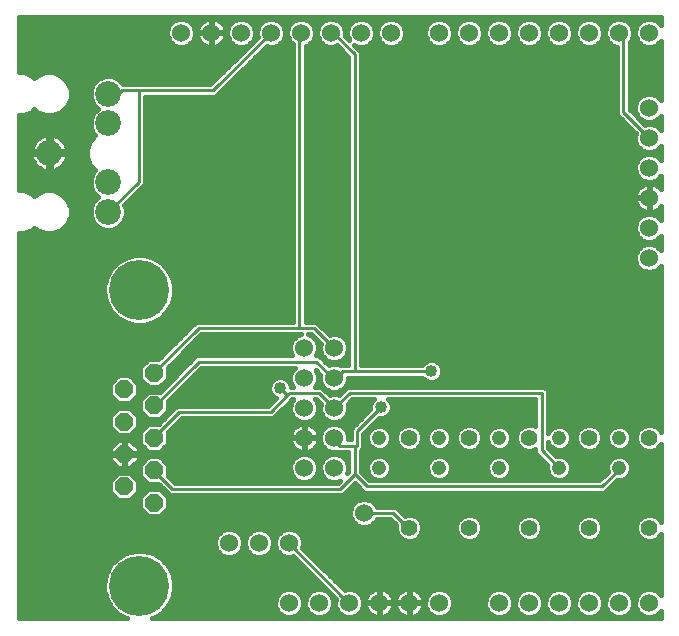
<source format=gbl>
G75*
G70*
%OFA0B0*%
%FSLAX24Y24*%
%IPPOS*%
%LPD*%
%AMOC8*
5,1,8,0,0,1.08239X$1,22.5*
%
%ADD10OC8,0.0600*%
%ADD11C,0.2000*%
%ADD12C,0.0600*%
%ADD13C,0.0476*%
%ADD14C,0.0554*%
%ADD15C,0.0860*%
%ADD16C,0.0100*%
%ADD17C,0.0400*%
%ADD18C,0.0160*%
D10*
X006701Y005434D03*
X007701Y004894D03*
X007701Y005974D03*
X007701Y007054D03*
X006701Y006514D03*
X006701Y007594D03*
X007701Y008134D03*
X006701Y008674D03*
X007701Y009214D03*
D11*
X007201Y011984D03*
X007201Y002124D03*
D12*
X010201Y003554D03*
X011201Y003554D03*
X012201Y003554D03*
X012201Y001554D03*
X013201Y001554D03*
X014201Y001554D03*
X015201Y001554D03*
X016201Y001554D03*
X017201Y001554D03*
X019201Y001554D03*
X020201Y001554D03*
X021201Y001554D03*
X022201Y001554D03*
X023201Y001554D03*
X024201Y001554D03*
X014701Y004554D03*
X013701Y006054D03*
X012701Y006054D03*
X012701Y007054D03*
X013701Y007054D03*
X013701Y008054D03*
X012701Y008054D03*
X012701Y009054D03*
X013701Y009054D03*
X013701Y010054D03*
X012701Y010054D03*
X024201Y013054D03*
X024201Y014054D03*
X024201Y015054D03*
X024201Y016054D03*
X024201Y017054D03*
X024201Y018054D03*
X024201Y020554D03*
X023201Y020554D03*
X022201Y020554D03*
X021201Y020554D03*
X020201Y020554D03*
X019201Y020554D03*
X018201Y020554D03*
X017201Y020554D03*
X015601Y020554D03*
X014601Y020554D03*
X013601Y020554D03*
X012601Y020554D03*
X011601Y020554D03*
X010601Y020554D03*
X009601Y020554D03*
X008601Y020554D03*
D13*
X015201Y007054D03*
X015201Y006054D03*
X017201Y006054D03*
X017201Y007054D03*
X019201Y007054D03*
X019201Y006054D03*
X021201Y006054D03*
X021201Y007054D03*
X023201Y007054D03*
X023201Y006054D03*
D14*
X022201Y007054D03*
X020201Y007054D03*
X018201Y007054D03*
X016201Y007054D03*
X016201Y004054D03*
X018201Y004054D03*
X020201Y004054D03*
X022201Y004054D03*
X024201Y004054D03*
X024201Y007054D03*
D15*
X006170Y014586D03*
X006170Y015570D03*
X004201Y016554D03*
X006170Y017539D03*
X006170Y018523D03*
D16*
X006221Y018554D01*
X006541Y018554D01*
X006621Y018634D01*
X007181Y018634D01*
X007181Y015594D01*
X006221Y014634D01*
X006170Y014586D01*
X007181Y018634D02*
X009661Y018634D01*
X011581Y020554D01*
X011601Y020554D01*
X012541Y020554D02*
X012601Y020554D01*
X012541Y020554D02*
X012541Y010714D01*
X009181Y010714D01*
X007741Y009274D01*
X007701Y009214D01*
X007741Y008154D02*
X007701Y008134D01*
X007741Y008154D02*
X009181Y009594D01*
X013101Y009594D01*
X013581Y009114D01*
X013661Y009114D01*
X013701Y009054D01*
X013741Y009114D01*
X013821Y009114D01*
X013981Y009274D01*
X014381Y009274D01*
X016941Y009274D01*
X015261Y008074D02*
X014461Y007274D01*
X014461Y006794D01*
X014381Y006794D01*
X013901Y006794D01*
X013661Y007034D01*
X013701Y007054D01*
X014381Y006794D02*
X014381Y005834D01*
X014781Y005434D01*
X022621Y005434D01*
X023181Y005994D01*
X023201Y006054D01*
X021201Y006054D02*
X020621Y006634D01*
X020621Y008554D01*
X014221Y008554D01*
X013741Y008074D01*
X013701Y008054D01*
X013661Y008074D01*
X013181Y008554D01*
X012221Y008554D01*
X012141Y008474D01*
X011901Y008714D01*
X012141Y008474D02*
X011581Y007914D01*
X008541Y007914D01*
X007741Y007114D01*
X007701Y007054D01*
X007701Y005974D02*
X007741Y005914D01*
X008301Y005354D01*
X013901Y005354D01*
X014381Y005834D01*
X014701Y004554D02*
X015661Y004554D01*
X016141Y004074D01*
X016201Y004054D01*
X014201Y001554D02*
X014141Y001594D01*
X012221Y003514D01*
X012201Y003554D01*
X014381Y009274D02*
X014381Y019834D01*
X013661Y020554D01*
X013601Y020554D01*
X023201Y020554D02*
X023341Y020554D01*
X023341Y017914D01*
X024201Y017054D01*
X013701Y010054D02*
X013661Y010074D01*
X013021Y010714D01*
X012541Y010714D01*
D17*
X011901Y008714D03*
X015261Y008074D03*
X016941Y009274D03*
D18*
X003181Y013870D02*
X003181Y001034D01*
X006787Y001034D01*
X006753Y001043D01*
X006489Y001196D01*
X006273Y001412D01*
X006120Y001677D01*
X006041Y001972D01*
X006041Y002277D01*
X006120Y002572D01*
X006273Y002837D01*
X006489Y003053D01*
X006753Y003205D01*
X007048Y003284D01*
X007354Y003284D01*
X007649Y003205D01*
X007913Y003053D01*
X008129Y002837D01*
X008282Y002572D01*
X008361Y002277D01*
X008361Y001972D01*
X008282Y001677D01*
X008129Y001412D01*
X007913Y001196D01*
X007649Y001043D01*
X007615Y001034D01*
X024591Y001034D01*
X024591Y001294D01*
X024591Y001294D01*
X024462Y001164D01*
X024293Y001094D01*
X024110Y001094D01*
X023941Y001164D01*
X023811Y001294D01*
X023741Y001463D01*
X023741Y001646D01*
X023811Y001815D01*
X023941Y001944D01*
X024110Y002014D01*
X024293Y002014D01*
X024462Y001944D01*
X024591Y001815D01*
X024591Y001814D01*
X024591Y003854D01*
X024572Y003807D01*
X024449Y003684D01*
X024288Y003617D01*
X024114Y003617D01*
X023953Y003684D01*
X023830Y003807D01*
X023764Y003967D01*
X023764Y004141D01*
X023830Y004302D01*
X023953Y004425D01*
X024114Y004491D01*
X024288Y004491D01*
X024449Y004425D01*
X024572Y004302D01*
X024591Y004255D01*
X024591Y006854D01*
X024572Y006807D01*
X024449Y006684D01*
X024288Y006617D01*
X024114Y006617D01*
X023953Y006684D01*
X023830Y006807D01*
X023764Y006967D01*
X023764Y007141D01*
X023830Y007302D01*
X023953Y007425D01*
X024114Y007491D01*
X024288Y007491D01*
X024449Y007425D01*
X024572Y007302D01*
X024591Y007255D01*
X024591Y012794D01*
X024591Y012794D01*
X024462Y012664D01*
X024293Y012594D01*
X024110Y012594D01*
X023941Y012664D01*
X023811Y012794D01*
X023741Y012963D01*
X023741Y013146D01*
X023811Y013315D01*
X023941Y013444D01*
X024110Y013514D01*
X024293Y013514D01*
X024462Y013444D01*
X024591Y013315D01*
X024591Y013314D01*
X024591Y013794D01*
X024591Y013794D01*
X024462Y013664D01*
X024293Y013594D01*
X024110Y013594D01*
X023941Y013664D01*
X023811Y013794D01*
X023741Y013963D01*
X023741Y014146D01*
X023811Y014315D01*
X023941Y014444D01*
X024110Y014514D01*
X024293Y014514D01*
X024462Y014444D01*
X024591Y014315D01*
X024591Y014314D01*
X024591Y014775D01*
X024567Y014742D01*
X024514Y014688D01*
X024453Y014644D01*
X024385Y014609D01*
X024314Y014586D01*
X024239Y014574D01*
X024221Y014574D01*
X024221Y015034D01*
X024181Y015034D01*
X024181Y014574D01*
X024163Y014574D01*
X024089Y014586D01*
X024017Y014609D01*
X023950Y014644D01*
X023888Y014688D01*
X023835Y014742D01*
X023791Y014803D01*
X023756Y014870D01*
X023733Y014942D01*
X023721Y015017D01*
X023721Y015034D01*
X024181Y015034D01*
X024181Y015074D01*
X023721Y015074D01*
X023721Y015092D01*
X023733Y015167D01*
X023756Y015239D01*
X023791Y015306D01*
X023835Y015367D01*
X023888Y015420D01*
X023950Y015465D01*
X024017Y015499D01*
X024089Y015522D01*
X024163Y015534D01*
X024181Y015534D01*
X024181Y015075D01*
X024221Y015075D01*
X024221Y015534D01*
X024239Y015534D01*
X024314Y015522D01*
X024385Y015499D01*
X024453Y015465D01*
X024514Y015420D01*
X024567Y015367D01*
X024591Y015334D01*
X024591Y015794D01*
X024591Y015794D01*
X024462Y015664D01*
X024293Y015594D01*
X024110Y015594D01*
X023941Y015664D01*
X023811Y015794D01*
X023741Y015963D01*
X023741Y016146D01*
X023811Y016315D01*
X023941Y016444D01*
X024110Y016514D01*
X024293Y016514D01*
X024462Y016444D01*
X024591Y016315D01*
X024591Y016314D01*
X024591Y016794D01*
X024591Y016794D01*
X024462Y016664D01*
X024293Y016594D01*
X024110Y016594D01*
X023941Y016664D01*
X023811Y016794D01*
X023741Y016963D01*
X023741Y017146D01*
X023762Y017196D01*
X023131Y017827D01*
X023131Y018001D01*
X023131Y020094D01*
X023110Y020094D01*
X022941Y020164D01*
X022811Y020294D01*
X022741Y020463D01*
X022741Y020646D01*
X022811Y020815D01*
X022941Y020944D01*
X023110Y021014D01*
X023293Y021014D01*
X023462Y020944D01*
X023591Y020815D01*
X023661Y020646D01*
X023661Y020463D01*
X023591Y020294D01*
X023551Y020254D01*
X023551Y018001D01*
X024059Y017493D01*
X024110Y017514D01*
X024293Y017514D01*
X024462Y017444D01*
X024591Y017315D01*
X024591Y017314D01*
X024591Y017794D01*
X024591Y017794D01*
X024462Y017664D01*
X024293Y017594D01*
X024110Y017594D01*
X023941Y017664D01*
X023811Y017794D01*
X023741Y017963D01*
X023741Y018146D01*
X023811Y018315D01*
X023941Y018444D01*
X024110Y018514D01*
X024293Y018514D01*
X024462Y018444D01*
X024591Y018315D01*
X024591Y018314D01*
X024591Y020294D01*
X024591Y020294D01*
X024462Y020164D01*
X024293Y020094D01*
X024110Y020094D01*
X023941Y020164D01*
X023811Y020294D01*
X023741Y020463D01*
X023741Y020646D01*
X023811Y020815D01*
X023941Y020944D01*
X024110Y021014D01*
X024293Y021014D01*
X024462Y020944D01*
X024591Y020815D01*
X024591Y020814D01*
X024591Y021070D01*
X003181Y021070D01*
X003181Y019239D01*
X003359Y019239D01*
X003623Y019130D01*
X003709Y019044D01*
X003795Y019130D01*
X004059Y019239D01*
X004344Y019239D01*
X004607Y019130D01*
X004808Y018929D01*
X004917Y018665D01*
X004917Y018380D01*
X004808Y018117D01*
X004607Y017916D01*
X004344Y017807D01*
X004059Y017807D01*
X003795Y017916D01*
X003709Y018002D01*
X003623Y017916D01*
X003359Y017807D01*
X003181Y017807D01*
X003181Y015302D01*
X003359Y015302D01*
X003623Y015193D01*
X003709Y015107D01*
X003795Y015193D01*
X004059Y015302D01*
X004344Y015302D01*
X004607Y015193D01*
X004808Y014991D01*
X004917Y014728D01*
X004917Y014443D01*
X004808Y014180D01*
X004607Y013979D01*
X004344Y013870D01*
X004059Y013870D01*
X003795Y013979D01*
X003709Y014065D01*
X003623Y013979D01*
X003359Y013870D01*
X003181Y013870D01*
X003181Y013713D02*
X012331Y013713D01*
X012331Y013555D02*
X003181Y013555D01*
X003181Y013396D02*
X012331Y013396D01*
X012331Y013238D02*
X003181Y013238D01*
X003181Y013079D02*
X006806Y013079D01*
X006753Y013065D02*
X006489Y012913D01*
X006273Y012697D01*
X006120Y012432D01*
X006041Y012137D01*
X006041Y011832D01*
X006120Y011537D01*
X006273Y011272D01*
X006489Y011056D01*
X006753Y010903D01*
X007048Y010824D01*
X007354Y010824D01*
X007649Y010903D01*
X007913Y011056D01*
X008129Y011272D01*
X008282Y011537D01*
X008361Y011832D01*
X008361Y012137D01*
X008282Y012432D01*
X008129Y012697D01*
X007913Y012913D01*
X007649Y013065D01*
X007354Y013144D01*
X007048Y013144D01*
X006753Y013065D01*
X006503Y012921D02*
X003181Y012921D01*
X003181Y012762D02*
X006338Y012762D01*
X006219Y012604D02*
X003181Y012604D01*
X003181Y012445D02*
X006128Y012445D01*
X006081Y012287D02*
X003181Y012287D01*
X003181Y012128D02*
X006041Y012128D01*
X006041Y011969D02*
X003181Y011969D01*
X003181Y011811D02*
X006047Y011811D01*
X006089Y011652D02*
X003181Y011652D01*
X003181Y011494D02*
X006145Y011494D01*
X006236Y011335D02*
X003181Y011335D01*
X003181Y011177D02*
X006368Y011177D01*
X006554Y011018D02*
X003181Y011018D01*
X003181Y010860D02*
X006917Y010860D01*
X007486Y010860D02*
X009029Y010860D01*
X008971Y010801D02*
X007844Y009674D01*
X007511Y009674D01*
X007241Y009405D01*
X007241Y009024D01*
X007511Y008754D01*
X007892Y008754D01*
X008161Y009024D01*
X008161Y009397D01*
X009268Y010504D01*
X012454Y010504D01*
X012586Y010504D01*
X012441Y010444D01*
X012311Y010315D01*
X012241Y010146D01*
X012241Y009963D01*
X012307Y009804D01*
X009094Y009804D01*
X008971Y009681D01*
X007884Y008594D01*
X007511Y008594D01*
X007241Y008325D01*
X007241Y007944D01*
X007511Y007674D01*
X007892Y007674D01*
X008161Y007944D01*
X008161Y008277D01*
X009268Y009384D01*
X012381Y009384D01*
X012311Y009315D01*
X012241Y009146D01*
X012241Y008963D01*
X012311Y008794D01*
X012341Y008764D01*
X012261Y008764D01*
X012261Y008786D01*
X012206Y008918D01*
X012105Y009019D01*
X011973Y009074D01*
X011829Y009074D01*
X011697Y009019D01*
X011596Y008918D01*
X011541Y008786D01*
X011541Y008643D01*
X011596Y008510D01*
X011697Y008409D01*
X011755Y008385D01*
X011494Y008124D01*
X008454Y008124D01*
X008331Y008001D01*
X007844Y007514D01*
X007511Y007514D01*
X007241Y007245D01*
X007241Y006864D01*
X007511Y006594D01*
X007892Y006594D01*
X008161Y006864D01*
X008161Y007237D01*
X008628Y007704D01*
X011494Y007704D01*
X011668Y007704D01*
X012228Y008264D01*
X012308Y008344D01*
X012341Y008344D01*
X012311Y008315D01*
X012241Y008146D01*
X012241Y007963D01*
X012311Y007794D01*
X012441Y007664D01*
X012610Y007594D01*
X012793Y007594D01*
X012962Y007664D01*
X013091Y007794D01*
X013161Y007963D01*
X013161Y008146D01*
X013091Y008315D01*
X013062Y008344D01*
X013094Y008344D01*
X013256Y008182D01*
X013241Y008146D01*
X013241Y007963D01*
X013311Y007794D01*
X013441Y007664D01*
X013610Y007594D01*
X013793Y007594D01*
X013962Y007664D01*
X014091Y007794D01*
X014161Y007963D01*
X014161Y008146D01*
X014146Y008182D01*
X014308Y008344D01*
X015022Y008344D01*
X014956Y008278D01*
X014901Y008146D01*
X014901Y008011D01*
X014374Y007484D01*
X014251Y007361D01*
X014251Y007004D01*
X014161Y007004D01*
X014161Y007146D01*
X014091Y007315D01*
X013962Y007444D01*
X013793Y007514D01*
X013610Y007514D01*
X013441Y007444D01*
X013311Y007315D01*
X013241Y007146D01*
X013241Y006963D01*
X013311Y006794D01*
X013441Y006664D01*
X013610Y006594D01*
X013793Y006594D01*
X013801Y006598D01*
X013814Y006584D01*
X013988Y006584D01*
X014171Y006584D01*
X014171Y005921D01*
X014125Y005875D01*
X014161Y005963D01*
X014161Y006146D01*
X014091Y006315D01*
X013962Y006444D01*
X013793Y006514D01*
X013610Y006514D01*
X013441Y006444D01*
X013311Y006315D01*
X013241Y006146D01*
X013241Y005963D01*
X013311Y005794D01*
X013441Y005664D01*
X013610Y005594D01*
X013793Y005594D01*
X013881Y005631D01*
X013814Y005564D01*
X008388Y005564D01*
X008161Y005791D01*
X008161Y006165D01*
X007892Y006434D01*
X007511Y006434D01*
X007241Y006165D01*
X007241Y005784D01*
X007511Y005514D01*
X007844Y005514D01*
X008091Y005267D01*
X008214Y005144D01*
X013814Y005144D01*
X013988Y005144D01*
X014381Y005537D01*
X014694Y005224D01*
X014868Y005224D01*
X022708Y005224D01*
X022831Y005347D01*
X023140Y005657D01*
X023280Y005657D01*
X023426Y005717D01*
X023538Y005829D01*
X023599Y005975D01*
X023599Y006133D01*
X023538Y006280D01*
X023426Y006392D01*
X023280Y006452D01*
X023122Y006452D01*
X022976Y006392D01*
X022864Y006280D01*
X022803Y006133D01*
X022803Y005975D01*
X022821Y005932D01*
X022534Y005644D01*
X014868Y005644D01*
X014591Y005921D01*
X014591Y006627D01*
X014671Y006707D01*
X014671Y006881D01*
X014671Y007187D01*
X015198Y007714D01*
X015333Y007714D01*
X015465Y007769D01*
X015566Y007870D01*
X015621Y008003D01*
X015621Y008146D01*
X015566Y008278D01*
X015500Y008344D01*
X020411Y008344D01*
X020411Y007440D01*
X020288Y007491D01*
X020114Y007491D01*
X019953Y007425D01*
X019830Y007302D01*
X019764Y007141D01*
X019764Y006967D01*
X019830Y006807D01*
X019953Y006684D01*
X020114Y006617D01*
X020288Y006617D01*
X020411Y006668D01*
X020411Y006547D01*
X020810Y006149D01*
X020803Y006133D01*
X020803Y005975D01*
X020864Y005829D01*
X020976Y005717D01*
X021122Y005657D01*
X021280Y005657D01*
X021426Y005717D01*
X021538Y005829D01*
X021599Y005975D01*
X021599Y006133D01*
X021538Y006280D01*
X021426Y006392D01*
X021280Y006452D01*
X021122Y006452D01*
X021107Y006446D01*
X020831Y006721D01*
X020831Y006908D01*
X020864Y006829D01*
X020976Y006717D01*
X021122Y006657D01*
X021280Y006657D01*
X021426Y006717D01*
X021538Y006829D01*
X021599Y006975D01*
X021599Y007133D01*
X021538Y007280D01*
X021426Y007392D01*
X021280Y007452D01*
X021122Y007452D01*
X020976Y007392D01*
X020864Y007280D01*
X020831Y007200D01*
X020831Y008467D01*
X020831Y008641D01*
X020708Y008764D01*
X014308Y008764D01*
X014134Y008764D01*
X013857Y008487D01*
X013793Y008514D01*
X013610Y008514D01*
X013545Y008487D01*
X013268Y008764D01*
X013094Y008764D01*
X013062Y008764D01*
X013091Y008794D01*
X013161Y008963D01*
X013161Y009146D01*
X013096Y009302D01*
X013244Y009154D01*
X013241Y009146D01*
X013241Y008963D01*
X013311Y008794D01*
X013441Y008664D01*
X013610Y008594D01*
X013793Y008594D01*
X013962Y008664D01*
X014091Y008794D01*
X014161Y008963D01*
X014161Y009064D01*
X014294Y009064D01*
X016642Y009064D01*
X016737Y008969D01*
X016869Y008914D01*
X017013Y008914D01*
X017145Y008969D01*
X017246Y009070D01*
X017301Y009203D01*
X017301Y009346D01*
X017246Y009478D01*
X017145Y009579D01*
X017013Y009634D01*
X016869Y009634D01*
X016737Y009579D01*
X016642Y009484D01*
X014591Y009484D01*
X014591Y019921D01*
X014468Y020044D01*
X014353Y020159D01*
X014510Y020094D01*
X014693Y020094D01*
X014862Y020164D01*
X014991Y020294D01*
X015061Y020463D01*
X015061Y020646D01*
X014991Y020815D01*
X014862Y020944D01*
X014693Y021014D01*
X014510Y021014D01*
X014341Y020944D01*
X014211Y020815D01*
X014141Y020646D01*
X014141Y020463D01*
X014206Y020306D01*
X014058Y020455D01*
X014061Y020463D01*
X014061Y020646D01*
X013991Y020815D01*
X013862Y020944D01*
X013693Y021014D01*
X013510Y021014D01*
X013341Y020944D01*
X013211Y020815D01*
X013141Y020646D01*
X013141Y020463D01*
X013211Y020294D01*
X013341Y020164D01*
X013510Y020094D01*
X013693Y020094D01*
X013786Y020133D01*
X014171Y019747D01*
X014171Y009484D01*
X014068Y009484D01*
X013894Y009484D01*
X013886Y009476D01*
X013793Y009514D01*
X013610Y009514D01*
X013517Y009476D01*
X013188Y009804D01*
X013095Y009804D01*
X013161Y009963D01*
X013161Y010146D01*
X013091Y010315D01*
X012962Y010444D01*
X012817Y010504D01*
X012934Y010504D01*
X013256Y010182D01*
X013241Y010146D01*
X013241Y009963D01*
X013311Y009794D01*
X013441Y009664D01*
X013610Y009594D01*
X013793Y009594D01*
X013962Y009664D01*
X014091Y009794D01*
X014161Y009963D01*
X014161Y010146D01*
X014091Y010315D01*
X013962Y010444D01*
X013793Y010514D01*
X013610Y010514D01*
X013545Y010487D01*
X013108Y010924D01*
X012934Y010924D01*
X012751Y010924D01*
X012751Y020119D01*
X012862Y020164D01*
X012991Y020294D01*
X013061Y020463D01*
X013061Y020646D01*
X012991Y020815D01*
X012862Y020944D01*
X012693Y021014D01*
X012510Y021014D01*
X012341Y020944D01*
X012211Y020815D01*
X012141Y020646D01*
X012141Y020463D01*
X012211Y020294D01*
X012331Y020174D01*
X012331Y010924D01*
X009094Y010924D01*
X008971Y010801D01*
X008871Y010701D02*
X003181Y010701D01*
X003181Y010543D02*
X008712Y010543D01*
X008554Y010384D02*
X003181Y010384D01*
X003181Y010225D02*
X008395Y010225D01*
X008237Y010067D02*
X003181Y010067D01*
X003181Y009908D02*
X008078Y009908D01*
X007920Y009750D02*
X003181Y009750D01*
X003181Y009591D02*
X007428Y009591D01*
X007269Y009433D02*
X003181Y009433D01*
X003181Y009274D02*
X007241Y009274D01*
X007241Y009116D02*
X006910Y009116D01*
X006892Y009134D02*
X006511Y009134D01*
X006241Y008865D01*
X006241Y008484D01*
X006511Y008214D01*
X006892Y008214D01*
X007161Y008484D01*
X007161Y008865D01*
X006892Y009134D01*
X007069Y008957D02*
X007308Y008957D01*
X007161Y008799D02*
X007466Y008799D01*
X007398Y008481D02*
X007159Y008481D01*
X007161Y008640D02*
X007930Y008640D01*
X007936Y008799D02*
X008088Y008799D01*
X008094Y008957D02*
X008247Y008957D01*
X008161Y009116D02*
X008405Y009116D01*
X008564Y009274D02*
X008161Y009274D01*
X008196Y009433D02*
X008723Y009433D01*
X008881Y009591D02*
X008355Y009591D01*
X008514Y009750D02*
X009040Y009750D01*
X008831Y010067D02*
X012241Y010067D01*
X012264Y009908D02*
X008672Y009908D01*
X008989Y010225D02*
X012274Y010225D01*
X012380Y010384D02*
X009148Y010384D01*
X008034Y011177D02*
X012331Y011177D01*
X012331Y011335D02*
X008166Y011335D01*
X008257Y011494D02*
X012331Y011494D01*
X012331Y011652D02*
X008313Y011652D01*
X008356Y011811D02*
X012331Y011811D01*
X012331Y011969D02*
X008361Y011969D01*
X008361Y012128D02*
X012331Y012128D01*
X012331Y012287D02*
X008321Y012287D01*
X008274Y012445D02*
X012331Y012445D01*
X012331Y012604D02*
X008183Y012604D01*
X008064Y012762D02*
X012331Y012762D01*
X012331Y012921D02*
X007899Y012921D01*
X007597Y013079D02*
X012331Y013079D01*
X012751Y013079D02*
X014171Y013079D01*
X014171Y012921D02*
X012751Y012921D01*
X012751Y012762D02*
X014171Y012762D01*
X014171Y012604D02*
X012751Y012604D01*
X012751Y012445D02*
X014171Y012445D01*
X014171Y012287D02*
X012751Y012287D01*
X012751Y012128D02*
X014171Y012128D01*
X014171Y011969D02*
X012751Y011969D01*
X012751Y011811D02*
X014171Y011811D01*
X014171Y011652D02*
X012751Y011652D01*
X012751Y011494D02*
X014171Y011494D01*
X014171Y011335D02*
X012751Y011335D01*
X012751Y011177D02*
X014171Y011177D01*
X014171Y011018D02*
X012751Y011018D01*
X013173Y010860D02*
X014171Y010860D01*
X014171Y010701D02*
X013331Y010701D01*
X013490Y010543D02*
X014171Y010543D01*
X014171Y010384D02*
X014022Y010384D01*
X014128Y010225D02*
X014171Y010225D01*
X014161Y010067D02*
X014171Y010067D01*
X014171Y009908D02*
X014139Y009908D01*
X014171Y009750D02*
X014047Y009750D01*
X014171Y009591D02*
X013401Y009591D01*
X013355Y009750D02*
X013243Y009750D01*
X013264Y009908D02*
X013139Y009908D01*
X013161Y010067D02*
X013241Y010067D01*
X013213Y010225D02*
X013128Y010225D01*
X013054Y010384D02*
X013022Y010384D01*
X012331Y011018D02*
X007848Y011018D01*
X009158Y009274D02*
X012294Y009274D01*
X012241Y009116D02*
X008999Y009116D01*
X008841Y008957D02*
X011635Y008957D01*
X011546Y008799D02*
X008682Y008799D01*
X008524Y008640D02*
X011542Y008640D01*
X011625Y008481D02*
X008365Y008481D01*
X008207Y008323D02*
X011693Y008323D01*
X011534Y008164D02*
X008161Y008164D01*
X008161Y008006D02*
X008336Y008006D01*
X008177Y007847D02*
X008065Y007847D01*
X008019Y007689D02*
X007906Y007689D01*
X007860Y007530D02*
X007161Y007530D01*
X007161Y007404D02*
X006892Y007134D01*
X006511Y007134D01*
X006241Y007404D01*
X006241Y007785D01*
X006511Y008054D01*
X006892Y008054D01*
X007161Y007785D01*
X007161Y007404D01*
X007129Y007372D02*
X007368Y007372D01*
X007241Y007213D02*
X006970Y007213D01*
X006900Y006994D02*
X006721Y006994D01*
X006721Y006535D01*
X006681Y006535D01*
X006681Y006994D01*
X006502Y006994D01*
X006221Y006713D01*
X006221Y006534D01*
X006681Y006534D01*
X006681Y006494D01*
X006721Y006494D01*
X006721Y006034D01*
X006900Y006034D01*
X007181Y006316D01*
X007181Y006494D01*
X006721Y006494D01*
X006721Y006534D01*
X007181Y006534D01*
X007181Y006713D01*
X006900Y006994D01*
X006998Y006896D02*
X007241Y006896D01*
X007241Y007055D02*
X003181Y007055D01*
X003181Y007213D02*
X006432Y007213D01*
X006273Y007372D02*
X003181Y007372D01*
X003181Y007530D02*
X006241Y007530D01*
X006241Y007689D02*
X003181Y007689D01*
X003181Y007847D02*
X006304Y007847D01*
X006462Y008006D02*
X003181Y008006D01*
X003181Y008164D02*
X007241Y008164D01*
X007241Y008006D02*
X006940Y008006D01*
X007099Y007847D02*
X007338Y007847D01*
X007496Y007689D02*
X007161Y007689D01*
X007241Y008323D02*
X007000Y008323D01*
X006402Y008323D02*
X003181Y008323D01*
X003181Y008481D02*
X006243Y008481D01*
X006241Y008640D02*
X003181Y008640D01*
X003181Y008799D02*
X006241Y008799D01*
X006333Y008957D02*
X003181Y008957D01*
X003181Y009116D02*
X006492Y009116D01*
X008454Y007530D02*
X012638Y007530D01*
X012663Y007534D02*
X012589Y007522D01*
X012517Y007499D01*
X012450Y007465D01*
X012388Y007420D01*
X012335Y007367D01*
X012291Y007306D01*
X012256Y007239D01*
X012233Y007167D01*
X012221Y007092D01*
X012221Y007074D01*
X012681Y007074D01*
X012681Y007034D01*
X012721Y007034D01*
X012721Y006574D01*
X012739Y006574D01*
X012814Y006586D01*
X012885Y006609D01*
X012953Y006644D01*
X013014Y006688D01*
X013067Y006742D01*
X013112Y006803D01*
X013146Y006870D01*
X013169Y006942D01*
X013181Y007017D01*
X013181Y007034D01*
X012721Y007034D01*
X012721Y007074D01*
X013181Y007074D01*
X013181Y007092D01*
X013169Y007167D01*
X013146Y007239D01*
X013112Y007306D01*
X013067Y007367D01*
X013014Y007420D01*
X012953Y007465D01*
X012885Y007499D01*
X012814Y007522D01*
X012739Y007534D01*
X012721Y007534D01*
X012721Y007075D01*
X012681Y007075D01*
X012681Y007534D01*
X012663Y007534D01*
X012681Y007530D02*
X012721Y007530D01*
X012764Y007530D02*
X014420Y007530D01*
X014261Y007372D02*
X014034Y007372D01*
X014133Y007213D02*
X014251Y007213D01*
X014251Y007055D02*
X014161Y007055D01*
X014171Y006579D02*
X012768Y006579D01*
X012721Y006579D02*
X012681Y006579D01*
X012681Y006574D02*
X012681Y007034D01*
X012221Y007034D01*
X012221Y007017D01*
X012233Y006942D01*
X012256Y006870D01*
X012291Y006803D01*
X012335Y006742D01*
X012388Y006688D01*
X012450Y006644D01*
X012517Y006609D01*
X012589Y006586D01*
X012663Y006574D01*
X012681Y006574D01*
X012634Y006579D02*
X007181Y006579D01*
X007181Y006420D02*
X007497Y006420D01*
X007338Y006262D02*
X007127Y006262D01*
X007241Y006103D02*
X006969Y006103D01*
X006892Y005894D02*
X006511Y005894D01*
X006241Y005625D01*
X006241Y005244D01*
X006511Y004974D01*
X006892Y004974D01*
X007161Y005244D01*
X007161Y005625D01*
X006892Y005894D01*
X007000Y005786D02*
X007241Y005786D01*
X007241Y005945D02*
X003181Y005945D01*
X003181Y006103D02*
X006433Y006103D01*
X006502Y006034D02*
X006221Y006316D01*
X006221Y006494D01*
X006681Y006494D01*
X006681Y006034D01*
X006502Y006034D01*
X006681Y006103D02*
X006721Y006103D01*
X006721Y006262D02*
X006681Y006262D01*
X006681Y006420D02*
X006721Y006420D01*
X006721Y006579D02*
X006681Y006579D01*
X006681Y006738D02*
X006721Y006738D01*
X006721Y006896D02*
X006681Y006896D01*
X006404Y006896D02*
X003181Y006896D01*
X003181Y006738D02*
X006246Y006738D01*
X006221Y006579D02*
X003181Y006579D01*
X003181Y006420D02*
X006221Y006420D01*
X006275Y006262D02*
X003181Y006262D01*
X003181Y005786D02*
X006403Y005786D01*
X006244Y005628D02*
X003181Y005628D01*
X003181Y005469D02*
X006241Y005469D01*
X006241Y005311D02*
X003181Y005311D01*
X003181Y005152D02*
X006333Y005152D01*
X006491Y004994D02*
X003181Y004994D01*
X003181Y004835D02*
X007241Y004835D01*
X007241Y004704D02*
X007511Y004434D01*
X007892Y004434D01*
X008161Y004704D01*
X008161Y005085D01*
X007892Y005354D01*
X007511Y005354D01*
X007241Y005085D01*
X007241Y004704D01*
X007268Y004676D02*
X003181Y004676D01*
X003181Y004518D02*
X007427Y004518D01*
X007241Y004994D02*
X006911Y004994D01*
X007069Y005152D02*
X007308Y005152D01*
X007161Y005311D02*
X007467Y005311D01*
X007397Y005628D02*
X007158Y005628D01*
X007161Y005469D02*
X007889Y005469D01*
X007935Y005311D02*
X008048Y005311D01*
X008094Y005152D02*
X008206Y005152D01*
X008161Y004994D02*
X014559Y004994D01*
X014610Y005014D02*
X014441Y004944D01*
X014311Y004815D01*
X014241Y004646D01*
X014241Y004463D01*
X014311Y004294D01*
X014441Y004164D01*
X014610Y004094D01*
X014793Y004094D01*
X014962Y004164D01*
X015091Y004294D01*
X015112Y004344D01*
X015574Y004344D01*
X015768Y004151D01*
X015764Y004141D01*
X015764Y003967D01*
X015830Y003807D01*
X015953Y003684D01*
X016114Y003617D01*
X016288Y003617D01*
X016449Y003684D01*
X016572Y003807D01*
X016638Y003967D01*
X016638Y004141D01*
X016572Y004302D01*
X016449Y004425D01*
X016288Y004491D01*
X016114Y004491D01*
X016048Y004464D01*
X015871Y004641D01*
X015871Y004641D01*
X015748Y004764D01*
X015112Y004764D01*
X015091Y004815D01*
X014962Y004944D01*
X014793Y005014D01*
X014610Y005014D01*
X014843Y004994D02*
X024591Y004994D01*
X024591Y005152D02*
X013996Y005152D01*
X014154Y005311D02*
X014608Y005311D01*
X014449Y005469D02*
X014313Y005469D01*
X013878Y005628D02*
X013873Y005628D01*
X013529Y005628D02*
X012873Y005628D01*
X012793Y005594D02*
X012962Y005664D01*
X013091Y005794D01*
X013161Y005963D01*
X013161Y006146D01*
X013091Y006315D01*
X012962Y006444D01*
X012793Y006514D01*
X012610Y006514D01*
X012441Y006444D01*
X012311Y006315D01*
X012241Y006146D01*
X012241Y005963D01*
X012311Y005794D01*
X012441Y005664D01*
X012610Y005594D01*
X012793Y005594D01*
X012529Y005628D02*
X008325Y005628D01*
X008166Y005786D02*
X012319Y005786D01*
X012249Y005945D02*
X008161Y005945D01*
X008161Y006103D02*
X012241Y006103D01*
X012289Y006262D02*
X008064Y006262D01*
X007905Y006420D02*
X012417Y006420D01*
X012339Y006738D02*
X008035Y006738D01*
X008161Y006896D02*
X012248Y006896D01*
X012248Y007213D02*
X008161Y007213D01*
X008161Y007055D02*
X012681Y007055D01*
X012721Y007055D02*
X013241Y007055D01*
X013269Y007213D02*
X013154Y007213D01*
X013063Y007372D02*
X013368Y007372D01*
X013416Y007689D02*
X012986Y007689D01*
X013113Y007847D02*
X013289Y007847D01*
X013241Y008006D02*
X013161Y008006D01*
X013153Y008164D02*
X013249Y008164D01*
X013115Y008323D02*
X013083Y008323D01*
X013392Y008640D02*
X013499Y008640D01*
X013309Y008799D02*
X013093Y008799D01*
X013159Y008957D02*
X013243Y008957D01*
X013241Y009116D02*
X013161Y009116D01*
X013124Y009274D02*
X013108Y009274D01*
X012243Y008957D02*
X012167Y008957D01*
X012256Y008799D02*
X012309Y008799D01*
X012287Y008323D02*
X012319Y008323D01*
X012249Y008164D02*
X012128Y008164D01*
X012241Y008006D02*
X011970Y008006D01*
X011811Y007847D02*
X012289Y007847D01*
X012416Y007689D02*
X008613Y007689D01*
X008295Y007372D02*
X012340Y007372D01*
X012681Y007372D02*
X012721Y007372D01*
X012721Y007213D02*
X012681Y007213D01*
X012681Y006896D02*
X012721Y006896D01*
X012721Y006738D02*
X012681Y006738D01*
X013063Y006738D02*
X013367Y006738D01*
X013269Y006896D02*
X013154Y006896D01*
X012985Y006420D02*
X013417Y006420D01*
X013289Y006262D02*
X013113Y006262D01*
X013161Y006103D02*
X013241Y006103D01*
X013249Y005945D02*
X013154Y005945D01*
X013084Y005786D02*
X013319Y005786D01*
X014154Y005945D02*
X014171Y005945D01*
X014171Y005921D02*
X014171Y005921D01*
X014161Y006103D02*
X014171Y006103D01*
X014171Y006262D02*
X014113Y006262D01*
X014171Y006420D02*
X013985Y006420D01*
X014591Y006420D02*
X015046Y006420D01*
X014976Y006392D02*
X015122Y006452D01*
X015280Y006452D01*
X015426Y006392D01*
X015538Y006280D01*
X015599Y006133D01*
X015599Y005975D01*
X015538Y005829D01*
X015426Y005717D01*
X015280Y005657D01*
X015122Y005657D01*
X014976Y005717D01*
X014864Y005829D01*
X014803Y005975D01*
X014803Y006133D01*
X014864Y006280D01*
X014976Y006392D01*
X014857Y006262D02*
X014591Y006262D01*
X014591Y006103D02*
X014803Y006103D01*
X014816Y005945D02*
X014591Y005945D01*
X014726Y005786D02*
X014907Y005786D01*
X015496Y005786D02*
X016907Y005786D01*
X016864Y005829D02*
X016976Y005717D01*
X017122Y005657D01*
X017280Y005657D01*
X017426Y005717D01*
X017538Y005829D01*
X017599Y005975D01*
X017599Y006133D01*
X017538Y006280D01*
X017426Y006392D01*
X017280Y006452D01*
X017122Y006452D01*
X016976Y006392D01*
X016864Y006280D01*
X016803Y006133D01*
X016803Y005975D01*
X016864Y005829D01*
X016816Y005945D02*
X015586Y005945D01*
X015599Y006103D02*
X016803Y006103D01*
X016857Y006262D02*
X015546Y006262D01*
X015357Y006420D02*
X017046Y006420D01*
X017122Y006657D02*
X016976Y006717D01*
X016864Y006829D01*
X016803Y006975D01*
X016803Y007133D01*
X016864Y007280D01*
X016976Y007392D01*
X017122Y007452D01*
X017280Y007452D01*
X017426Y007392D01*
X017538Y007280D01*
X017599Y007133D01*
X017599Y006975D01*
X017538Y006829D01*
X017426Y006717D01*
X017280Y006657D01*
X017122Y006657D01*
X016955Y006738D02*
X016503Y006738D01*
X016449Y006684D02*
X016572Y006807D01*
X016638Y006967D01*
X016638Y007141D01*
X016572Y007302D01*
X016449Y007425D01*
X016288Y007491D01*
X016114Y007491D01*
X015953Y007425D01*
X015830Y007302D01*
X015764Y007141D01*
X015764Y006967D01*
X015830Y006807D01*
X015953Y006684D01*
X016114Y006617D01*
X016288Y006617D01*
X016449Y006684D01*
X016609Y006896D02*
X016836Y006896D01*
X016803Y007055D02*
X016638Y007055D01*
X016609Y007213D02*
X016836Y007213D01*
X016956Y007372D02*
X016502Y007372D01*
X015900Y007372D02*
X015446Y007372D01*
X015426Y007392D02*
X015280Y007452D01*
X015122Y007452D01*
X014976Y007392D01*
X014864Y007280D01*
X014803Y007133D01*
X014803Y006975D01*
X014864Y006829D01*
X014976Y006717D01*
X015122Y006657D01*
X015280Y006657D01*
X015426Y006717D01*
X015538Y006829D01*
X015599Y006975D01*
X015599Y007133D01*
X015538Y007280D01*
X015426Y007392D01*
X015566Y007213D02*
X015794Y007213D01*
X015764Y007055D02*
X015599Y007055D01*
X015566Y006896D02*
X015793Y006896D01*
X015900Y006738D02*
X015447Y006738D01*
X014955Y006738D02*
X014671Y006738D01*
X014671Y006896D02*
X014836Y006896D01*
X014803Y007055D02*
X014671Y007055D01*
X014697Y007213D02*
X014836Y007213D01*
X014855Y007372D02*
X014956Y007372D01*
X015014Y007530D02*
X020411Y007530D01*
X020411Y007689D02*
X015172Y007689D01*
X015543Y007847D02*
X020411Y007847D01*
X020411Y008006D02*
X015621Y008006D01*
X015613Y008164D02*
X020411Y008164D01*
X020411Y008323D02*
X015522Y008323D01*
X015001Y008323D02*
X014287Y008323D01*
X014153Y008164D02*
X014909Y008164D01*
X014896Y008006D02*
X014161Y008006D01*
X014113Y007847D02*
X014737Y007847D01*
X014579Y007689D02*
X013986Y007689D01*
X014010Y008640D02*
X013903Y008640D01*
X014093Y008799D02*
X024591Y008799D01*
X024591Y008957D02*
X017116Y008957D01*
X017265Y009116D02*
X024591Y009116D01*
X024591Y009274D02*
X017301Y009274D01*
X017265Y009433D02*
X024591Y009433D01*
X024591Y009591D02*
X017116Y009591D01*
X016766Y009591D02*
X014591Y009591D01*
X014591Y009750D02*
X024591Y009750D01*
X024591Y009908D02*
X014591Y009908D01*
X014591Y010067D02*
X024591Y010067D01*
X024591Y010225D02*
X014591Y010225D01*
X014591Y010384D02*
X024591Y010384D01*
X024591Y010543D02*
X014591Y010543D01*
X014591Y010701D02*
X024591Y010701D01*
X024591Y010860D02*
X014591Y010860D01*
X014591Y011018D02*
X024591Y011018D01*
X024591Y011177D02*
X014591Y011177D01*
X014591Y011335D02*
X024591Y011335D01*
X024591Y011494D02*
X014591Y011494D01*
X014591Y011652D02*
X024591Y011652D01*
X024591Y011811D02*
X014591Y011811D01*
X014591Y011969D02*
X024591Y011969D01*
X024591Y012128D02*
X014591Y012128D01*
X014591Y012287D02*
X024591Y012287D01*
X024591Y012445D02*
X014591Y012445D01*
X014591Y012604D02*
X024087Y012604D01*
X024315Y012604D02*
X024591Y012604D01*
X024591Y012762D02*
X024559Y012762D01*
X023843Y012762D02*
X014591Y012762D01*
X014591Y012921D02*
X023759Y012921D01*
X023741Y013079D02*
X014591Y013079D01*
X014591Y013238D02*
X023779Y013238D01*
X023893Y013396D02*
X014591Y013396D01*
X014591Y013555D02*
X024591Y013555D01*
X024591Y013713D02*
X024511Y013713D01*
X024510Y013396D02*
X024591Y013396D01*
X023891Y013713D02*
X014591Y013713D01*
X014591Y013872D02*
X023779Y013872D01*
X023741Y014031D02*
X014591Y014031D01*
X014591Y014189D02*
X023759Y014189D01*
X023844Y014348D02*
X014591Y014348D01*
X014591Y014506D02*
X024090Y014506D01*
X024181Y014665D02*
X024221Y014665D01*
X024221Y014823D02*
X024181Y014823D01*
X024181Y014982D02*
X024221Y014982D01*
X024221Y015140D02*
X024181Y015140D01*
X024181Y015299D02*
X024221Y015299D01*
X024221Y015457D02*
X024181Y015457D01*
X024057Y015616D02*
X014591Y015616D01*
X014591Y015774D02*
X023830Y015774D01*
X023753Y015933D02*
X014591Y015933D01*
X014591Y016092D02*
X023741Y016092D01*
X023784Y016250D02*
X014591Y016250D01*
X014591Y016409D02*
X023905Y016409D01*
X023879Y016726D02*
X014591Y016726D01*
X014591Y016884D02*
X023774Y016884D01*
X023741Y017043D02*
X014591Y017043D01*
X014591Y017201D02*
X023757Y017201D01*
X023599Y017360D02*
X014591Y017360D01*
X014591Y017518D02*
X023440Y017518D01*
X023281Y017677D02*
X014591Y017677D01*
X014591Y017836D02*
X023131Y017836D01*
X023131Y017994D02*
X014591Y017994D01*
X014591Y018153D02*
X023131Y018153D01*
X023131Y018311D02*
X014591Y018311D01*
X014591Y018470D02*
X023131Y018470D01*
X023131Y018628D02*
X014591Y018628D01*
X014591Y018787D02*
X023131Y018787D01*
X023131Y018945D02*
X014591Y018945D01*
X014591Y019104D02*
X023131Y019104D01*
X023131Y019262D02*
X014591Y019262D01*
X014591Y019421D02*
X023131Y019421D01*
X023131Y019580D02*
X014591Y019580D01*
X014591Y019738D02*
X023131Y019738D01*
X023131Y019897D02*
X014591Y019897D01*
X014468Y020044D02*
X014468Y020044D01*
X014457Y020055D02*
X023131Y020055D01*
X022891Y020214D02*
X022511Y020214D01*
X022462Y020164D02*
X022591Y020294D01*
X022661Y020463D01*
X022661Y020646D01*
X022591Y020815D01*
X022462Y020944D01*
X022293Y021014D01*
X022110Y021014D01*
X021941Y020944D01*
X021811Y020815D01*
X021741Y020646D01*
X021741Y020463D01*
X021811Y020294D01*
X021941Y020164D01*
X022110Y020094D01*
X022293Y020094D01*
X022462Y020164D01*
X022624Y020372D02*
X022779Y020372D01*
X022741Y020531D02*
X022661Y020531D01*
X022643Y020689D02*
X022759Y020689D01*
X022844Y020848D02*
X022558Y020848D01*
X022312Y021006D02*
X023091Y021006D01*
X023312Y021006D02*
X024091Y021006D01*
X024312Y021006D02*
X024591Y021006D01*
X024591Y020848D02*
X024558Y020848D01*
X023844Y020848D02*
X023558Y020848D01*
X023643Y020689D02*
X023759Y020689D01*
X023741Y020531D02*
X023661Y020531D01*
X023624Y020372D02*
X023779Y020372D01*
X023891Y020214D02*
X023551Y020214D01*
X023551Y020055D02*
X024591Y020055D01*
X024591Y019897D02*
X023551Y019897D01*
X023551Y019738D02*
X024591Y019738D01*
X024591Y019580D02*
X023551Y019580D01*
X023551Y019421D02*
X024591Y019421D01*
X024591Y019262D02*
X023551Y019262D01*
X023551Y019104D02*
X024591Y019104D01*
X024591Y018945D02*
X023551Y018945D01*
X023551Y018787D02*
X024591Y018787D01*
X024591Y018628D02*
X023551Y018628D01*
X023551Y018470D02*
X024002Y018470D01*
X023810Y018311D02*
X023551Y018311D01*
X023551Y018153D02*
X023744Y018153D01*
X023741Y017994D02*
X023558Y017994D01*
X023717Y017836D02*
X023794Y017836D01*
X023875Y017677D02*
X023928Y017677D01*
X024034Y017518D02*
X024591Y017518D01*
X024591Y017360D02*
X024546Y017360D01*
X024591Y017677D02*
X024474Y017677D01*
X024400Y018470D02*
X024591Y018470D01*
X024591Y020214D02*
X024511Y020214D01*
X022091Y021006D02*
X021312Y021006D01*
X021293Y021014D02*
X021110Y021014D01*
X020941Y020944D01*
X020811Y020815D01*
X020741Y020646D01*
X020741Y020463D01*
X020811Y020294D01*
X020941Y020164D01*
X021110Y020094D01*
X021293Y020094D01*
X021462Y020164D01*
X021591Y020294D01*
X021661Y020463D01*
X021661Y020646D01*
X021591Y020815D01*
X021462Y020944D01*
X021293Y021014D01*
X021091Y021006D02*
X020312Y021006D01*
X020293Y021014D02*
X020110Y021014D01*
X019941Y020944D01*
X019811Y020815D01*
X019741Y020646D01*
X019741Y020463D01*
X019811Y020294D01*
X019941Y020164D01*
X020110Y020094D01*
X020293Y020094D01*
X020462Y020164D01*
X020591Y020294D01*
X020661Y020463D01*
X020661Y020646D01*
X020591Y020815D01*
X020462Y020944D01*
X020293Y021014D01*
X020091Y021006D02*
X019312Y021006D01*
X019293Y021014D02*
X019110Y021014D01*
X018941Y020944D01*
X018811Y020815D01*
X018741Y020646D01*
X018741Y020463D01*
X018811Y020294D01*
X018941Y020164D01*
X019110Y020094D01*
X019293Y020094D01*
X019462Y020164D01*
X019591Y020294D01*
X019661Y020463D01*
X019661Y020646D01*
X019591Y020815D01*
X019462Y020944D01*
X019293Y021014D01*
X019091Y021006D02*
X018312Y021006D01*
X018293Y021014D02*
X018110Y021014D01*
X017941Y020944D01*
X017811Y020815D01*
X017741Y020646D01*
X017741Y020463D01*
X017811Y020294D01*
X017941Y020164D01*
X018110Y020094D01*
X018293Y020094D01*
X018462Y020164D01*
X018591Y020294D01*
X018661Y020463D01*
X018661Y020646D01*
X018591Y020815D01*
X018462Y020944D01*
X018293Y021014D01*
X018091Y021006D02*
X017312Y021006D01*
X017293Y021014D02*
X017110Y021014D01*
X016941Y020944D01*
X016811Y020815D01*
X016741Y020646D01*
X016741Y020463D01*
X016811Y020294D01*
X016941Y020164D01*
X017110Y020094D01*
X017293Y020094D01*
X017462Y020164D01*
X017591Y020294D01*
X017661Y020463D01*
X017661Y020646D01*
X017591Y020815D01*
X017462Y020944D01*
X017293Y021014D01*
X017091Y021006D02*
X015712Y021006D01*
X015693Y021014D02*
X015510Y021014D01*
X015341Y020944D01*
X015211Y020815D01*
X015141Y020646D01*
X015141Y020463D01*
X015211Y020294D01*
X015341Y020164D01*
X015510Y020094D01*
X015693Y020094D01*
X015862Y020164D01*
X015991Y020294D01*
X016061Y020463D01*
X016061Y020646D01*
X015991Y020815D01*
X015862Y020944D01*
X015693Y021014D01*
X015491Y021006D02*
X014712Y021006D01*
X014491Y021006D02*
X013712Y021006D01*
X013491Y021006D02*
X012712Y021006D01*
X012491Y021006D02*
X011712Y021006D01*
X011693Y021014D02*
X011510Y021014D01*
X011341Y020944D01*
X011211Y020815D01*
X011141Y020646D01*
X011141Y020463D01*
X011156Y020426D01*
X009574Y018844D01*
X007268Y018844D01*
X007094Y018844D01*
X006708Y018844D01*
X006675Y018844D01*
X006670Y018857D01*
X006504Y019023D01*
X006287Y019113D01*
X006052Y019113D01*
X005835Y019023D01*
X005669Y018857D01*
X005580Y018640D01*
X005580Y018405D01*
X005669Y018189D01*
X005827Y018031D01*
X005669Y017873D01*
X005580Y017656D01*
X005580Y017421D01*
X005669Y017204D01*
X005738Y017136D01*
X005562Y016960D01*
X005453Y016697D01*
X005453Y016412D01*
X005562Y016149D01*
X005738Y015973D01*
X005669Y015904D01*
X005580Y015687D01*
X005580Y015453D01*
X005669Y015236D01*
X005827Y015078D01*
X005669Y014920D01*
X005580Y014703D01*
X005580Y014468D01*
X005669Y014252D01*
X005835Y014086D01*
X006052Y013996D01*
X006287Y013996D01*
X006504Y014086D01*
X006670Y014252D01*
X006760Y014468D01*
X006760Y014703D01*
X006709Y014825D01*
X007268Y015384D01*
X007391Y015507D01*
X007391Y018424D01*
X009748Y018424D01*
X009871Y018547D01*
X009871Y018547D01*
X011445Y020121D01*
X011510Y020094D01*
X011693Y020094D01*
X011862Y020164D01*
X011991Y020294D01*
X012061Y020463D01*
X012061Y020646D01*
X011991Y020815D01*
X011862Y020944D01*
X011693Y021014D01*
X011491Y021006D02*
X010712Y021006D01*
X010693Y021014D02*
X010510Y021014D01*
X010341Y020944D01*
X010211Y020815D01*
X010141Y020646D01*
X010141Y020463D01*
X010211Y020294D01*
X010341Y020164D01*
X010510Y020094D01*
X010693Y020094D01*
X010862Y020164D01*
X010991Y020294D01*
X011061Y020463D01*
X011061Y020646D01*
X010991Y020815D01*
X010862Y020944D01*
X010693Y021014D01*
X010491Y021006D02*
X009763Y021006D01*
X009785Y020999D02*
X009714Y021022D01*
X009639Y021034D01*
X009621Y021034D01*
X009621Y020575D01*
X009581Y020575D01*
X009581Y021034D01*
X009563Y021034D01*
X009489Y021022D01*
X009417Y020999D01*
X009350Y020965D01*
X009288Y020920D01*
X009235Y020867D01*
X009191Y020806D01*
X009156Y020739D01*
X009133Y020667D01*
X009121Y020592D01*
X009121Y020574D01*
X009581Y020574D01*
X009581Y020534D01*
X009621Y020534D01*
X009621Y020074D01*
X009639Y020074D01*
X009714Y020086D01*
X009785Y020109D01*
X009853Y020144D01*
X009914Y020188D01*
X009967Y020242D01*
X010012Y020303D01*
X010046Y020370D01*
X010069Y020442D01*
X010081Y020517D01*
X010081Y020534D01*
X009621Y020534D01*
X009621Y020574D01*
X010081Y020574D01*
X010081Y020592D01*
X010069Y020667D01*
X010046Y020739D01*
X010012Y020806D01*
X009967Y020867D01*
X009914Y020920D01*
X009853Y020965D01*
X009785Y020999D01*
X009621Y021006D02*
X009581Y021006D01*
X009439Y021006D02*
X008712Y021006D01*
X008693Y021014D02*
X008510Y021014D01*
X008341Y020944D01*
X008211Y020815D01*
X008141Y020646D01*
X008141Y020463D01*
X008211Y020294D01*
X008341Y020164D01*
X008510Y020094D01*
X008693Y020094D01*
X008862Y020164D01*
X008991Y020294D01*
X009061Y020463D01*
X009061Y020646D01*
X008991Y020815D01*
X008862Y020944D01*
X008693Y021014D01*
X008491Y021006D02*
X003181Y021006D01*
X003181Y020848D02*
X008244Y020848D01*
X008159Y020689D02*
X003181Y020689D01*
X003181Y020531D02*
X008141Y020531D01*
X008179Y020372D02*
X003181Y020372D01*
X003181Y020214D02*
X008291Y020214D01*
X008911Y020214D02*
X009263Y020214D01*
X009288Y020188D02*
X009350Y020144D01*
X009417Y020109D01*
X009489Y020086D01*
X009563Y020074D01*
X009581Y020074D01*
X009581Y020534D01*
X009121Y020534D01*
X009121Y020517D01*
X009133Y020442D01*
X009156Y020370D01*
X009191Y020303D01*
X009235Y020242D01*
X009288Y020188D01*
X009156Y020372D02*
X009024Y020372D01*
X009061Y020531D02*
X009121Y020531D01*
X009140Y020689D02*
X009043Y020689D01*
X008958Y020848D02*
X009221Y020848D01*
X009581Y020848D02*
X009621Y020848D01*
X009621Y020689D02*
X009581Y020689D01*
X009581Y020531D02*
X009621Y020531D01*
X009621Y020372D02*
X009581Y020372D01*
X009581Y020214D02*
X009621Y020214D01*
X009939Y020214D02*
X010291Y020214D01*
X010179Y020372D02*
X010047Y020372D01*
X010081Y020531D02*
X010141Y020531D01*
X010159Y020689D02*
X010062Y020689D01*
X009981Y020848D02*
X010244Y020848D01*
X010958Y020848D02*
X011244Y020848D01*
X011159Y020689D02*
X011043Y020689D01*
X011061Y020531D02*
X011141Y020531D01*
X011102Y020372D02*
X011024Y020372D01*
X010944Y020214D02*
X010911Y020214D01*
X010785Y020055D02*
X003181Y020055D01*
X003181Y019897D02*
X010626Y019897D01*
X010468Y019738D02*
X003181Y019738D01*
X003181Y019580D02*
X010309Y019580D01*
X010151Y019421D02*
X003181Y019421D01*
X003181Y019262D02*
X009992Y019262D01*
X009834Y019104D02*
X006308Y019104D01*
X006031Y019104D02*
X004633Y019104D01*
X004791Y018945D02*
X005758Y018945D01*
X005640Y018787D02*
X004867Y018787D01*
X004917Y018628D02*
X005580Y018628D01*
X005580Y018470D02*
X004917Y018470D01*
X004889Y018311D02*
X005619Y018311D01*
X005705Y018153D02*
X004823Y018153D01*
X004685Y017994D02*
X005791Y017994D01*
X005654Y017836D02*
X004413Y017836D01*
X003989Y017836D02*
X003429Y017836D01*
X003181Y017677D02*
X005588Y017677D01*
X005580Y017518D02*
X003181Y017518D01*
X003181Y017360D02*
X005605Y017360D01*
X005672Y017201D02*
X003181Y017201D01*
X003181Y017043D02*
X003836Y017043D01*
X003804Y017020D02*
X003736Y016952D01*
X003679Y016874D01*
X003636Y016788D01*
X003606Y016697D01*
X003591Y016602D01*
X004153Y016602D01*
X004153Y016506D01*
X004249Y016506D01*
X004249Y015944D01*
X004344Y015959D01*
X004435Y015989D01*
X004521Y016033D01*
X004598Y016089D01*
X004666Y016157D01*
X004723Y016235D01*
X004766Y016320D01*
X004796Y016411D01*
X004811Y016506D01*
X004249Y016506D01*
X004249Y016602D01*
X004811Y016602D01*
X004796Y016697D01*
X004766Y016788D01*
X004723Y016874D01*
X004666Y016952D01*
X004598Y017020D01*
X004521Y017076D01*
X004435Y017120D01*
X004344Y017149D01*
X004249Y017164D01*
X004249Y016603D01*
X004153Y016603D01*
X004153Y017164D01*
X004058Y017149D01*
X003967Y017120D01*
X003881Y017076D01*
X003804Y017020D01*
X003687Y016884D02*
X003181Y016884D01*
X003181Y016726D02*
X003615Y016726D01*
X003591Y016506D02*
X003606Y016411D01*
X003636Y016320D01*
X003679Y016235D01*
X003736Y016157D01*
X003804Y016089D01*
X003881Y016033D01*
X003967Y015989D01*
X004058Y015959D01*
X004153Y015944D01*
X004153Y016506D01*
X003591Y016506D01*
X003607Y016409D02*
X003181Y016409D01*
X003181Y016567D02*
X004153Y016567D01*
X004249Y016567D02*
X005453Y016567D01*
X005455Y016409D02*
X004795Y016409D01*
X004731Y016250D02*
X005520Y016250D01*
X005619Y016092D02*
X004601Y016092D01*
X004249Y016092D02*
X004153Y016092D01*
X004153Y016250D02*
X004249Y016250D01*
X004249Y016409D02*
X004153Y016409D01*
X004153Y016726D02*
X004249Y016726D01*
X004249Y016884D02*
X004153Y016884D01*
X004153Y017043D02*
X004249Y017043D01*
X004566Y017043D02*
X005645Y017043D01*
X005531Y016884D02*
X004715Y016884D01*
X004787Y016726D02*
X005465Y016726D01*
X005698Y015933D02*
X003181Y015933D01*
X003181Y015774D02*
X005616Y015774D01*
X005580Y015616D02*
X003181Y015616D01*
X003181Y015457D02*
X005580Y015457D01*
X005643Y015299D02*
X004351Y015299D01*
X004051Y015299D02*
X003367Y015299D01*
X003675Y015140D02*
X003743Y015140D01*
X004659Y015140D02*
X005765Y015140D01*
X005731Y014982D02*
X004812Y014982D01*
X004878Y014823D02*
X005629Y014823D01*
X005580Y014665D02*
X004917Y014665D01*
X004917Y014506D02*
X005580Y014506D01*
X005630Y014348D02*
X004878Y014348D01*
X004812Y014189D02*
X005732Y014189D01*
X005968Y014031D02*
X004659Y014031D01*
X004349Y013872D02*
X012331Y013872D01*
X012331Y014031D02*
X006371Y014031D01*
X006607Y014189D02*
X012331Y014189D01*
X012331Y014348D02*
X006709Y014348D01*
X006760Y014506D02*
X012331Y014506D01*
X012331Y014665D02*
X006760Y014665D01*
X006710Y014823D02*
X012331Y014823D01*
X012331Y014982D02*
X006865Y014982D01*
X007024Y015140D02*
X012331Y015140D01*
X012331Y015299D02*
X007183Y015299D01*
X007341Y015457D02*
X012331Y015457D01*
X012331Y015616D02*
X007391Y015616D01*
X007391Y015774D02*
X012331Y015774D01*
X012331Y015933D02*
X007391Y015933D01*
X007391Y016092D02*
X012331Y016092D01*
X012331Y016250D02*
X007391Y016250D01*
X007391Y016409D02*
X012331Y016409D01*
X012331Y016567D02*
X007391Y016567D01*
X007391Y016726D02*
X012331Y016726D01*
X012331Y016884D02*
X007391Y016884D01*
X007391Y017043D02*
X012331Y017043D01*
X012331Y017201D02*
X007391Y017201D01*
X007391Y017360D02*
X012331Y017360D01*
X012331Y017518D02*
X007391Y017518D01*
X007391Y017677D02*
X012331Y017677D01*
X012331Y017836D02*
X007391Y017836D01*
X007391Y017994D02*
X012331Y017994D01*
X012331Y018153D02*
X007391Y018153D01*
X007391Y018311D02*
X012331Y018311D01*
X012331Y018470D02*
X009793Y018470D01*
X009952Y018628D02*
X012331Y018628D01*
X012331Y018787D02*
X010111Y018787D01*
X010269Y018945D02*
X012331Y018945D01*
X012331Y019104D02*
X010428Y019104D01*
X010586Y019262D02*
X012331Y019262D01*
X012331Y019421D02*
X010745Y019421D01*
X010903Y019580D02*
X012331Y019580D01*
X012331Y019738D02*
X011062Y019738D01*
X011220Y019897D02*
X012331Y019897D01*
X012331Y020055D02*
X011379Y020055D01*
X011911Y020214D02*
X012291Y020214D01*
X012179Y020372D02*
X012024Y020372D01*
X012061Y020531D02*
X012141Y020531D01*
X012159Y020689D02*
X012043Y020689D01*
X011958Y020848D02*
X012244Y020848D01*
X012958Y020848D02*
X013244Y020848D01*
X013159Y020689D02*
X013043Y020689D01*
X013061Y020531D02*
X013141Y020531D01*
X013179Y020372D02*
X013024Y020372D01*
X012911Y020214D02*
X013291Y020214D01*
X012751Y020055D02*
X013863Y020055D01*
X014022Y019897D02*
X012751Y019897D01*
X012751Y019738D02*
X014171Y019738D01*
X014171Y019580D02*
X012751Y019580D01*
X012751Y019421D02*
X014171Y019421D01*
X014171Y019262D02*
X012751Y019262D01*
X012751Y019104D02*
X014171Y019104D01*
X014171Y018945D02*
X012751Y018945D01*
X012751Y018787D02*
X014171Y018787D01*
X014171Y018628D02*
X012751Y018628D01*
X012751Y018470D02*
X014171Y018470D01*
X014171Y018311D02*
X012751Y018311D01*
X012751Y018153D02*
X014171Y018153D01*
X014171Y017994D02*
X012751Y017994D01*
X012751Y017836D02*
X014171Y017836D01*
X014171Y017677D02*
X012751Y017677D01*
X012751Y017518D02*
X014171Y017518D01*
X014171Y017360D02*
X012751Y017360D01*
X012751Y017201D02*
X014171Y017201D01*
X014171Y017043D02*
X012751Y017043D01*
X012751Y016884D02*
X014171Y016884D01*
X014171Y016726D02*
X012751Y016726D01*
X012751Y016567D02*
X014171Y016567D01*
X014171Y016409D02*
X012751Y016409D01*
X012751Y016250D02*
X014171Y016250D01*
X014171Y016092D02*
X012751Y016092D01*
X012751Y015933D02*
X014171Y015933D01*
X014171Y015774D02*
X012751Y015774D01*
X012751Y015616D02*
X014171Y015616D01*
X014171Y015457D02*
X012751Y015457D01*
X012751Y015299D02*
X014171Y015299D01*
X014171Y015140D02*
X012751Y015140D01*
X012751Y014982D02*
X014171Y014982D01*
X014171Y014823D02*
X012751Y014823D01*
X012751Y014665D02*
X014171Y014665D01*
X014171Y014506D02*
X012751Y014506D01*
X012751Y014348D02*
X014171Y014348D01*
X014171Y014189D02*
X012751Y014189D01*
X012751Y014031D02*
X014171Y014031D01*
X014171Y013872D02*
X012751Y013872D01*
X012751Y013713D02*
X014171Y013713D01*
X014171Y013555D02*
X012751Y013555D01*
X012751Y013396D02*
X014171Y013396D01*
X014171Y013238D02*
X012751Y013238D01*
X014591Y014665D02*
X023921Y014665D01*
X023780Y014823D02*
X014591Y014823D01*
X014591Y014982D02*
X023727Y014982D01*
X023729Y015140D02*
X014591Y015140D01*
X014591Y015299D02*
X023787Y015299D01*
X023939Y015457D02*
X014591Y015457D01*
X014591Y016567D02*
X024591Y016567D01*
X024591Y016409D02*
X024497Y016409D01*
X024523Y016726D02*
X024591Y016726D01*
X024572Y015774D02*
X024591Y015774D01*
X024591Y015616D02*
X024345Y015616D01*
X024463Y015457D02*
X024591Y015457D01*
X024591Y014665D02*
X024481Y014665D01*
X024591Y014506D02*
X024312Y014506D01*
X024558Y014348D02*
X024591Y014348D01*
X024591Y008640D02*
X020831Y008640D01*
X020831Y008481D02*
X024591Y008481D01*
X024591Y008323D02*
X020831Y008323D01*
X020831Y008164D02*
X024591Y008164D01*
X024591Y008006D02*
X020831Y008006D01*
X020831Y007847D02*
X024591Y007847D01*
X024591Y007689D02*
X020831Y007689D01*
X020831Y007530D02*
X024591Y007530D01*
X024591Y007372D02*
X024502Y007372D01*
X023900Y007372D02*
X023446Y007372D01*
X023426Y007392D02*
X023280Y007452D01*
X023122Y007452D01*
X022976Y007392D01*
X022864Y007280D01*
X022803Y007133D01*
X022803Y006975D01*
X022864Y006829D01*
X022976Y006717D01*
X023122Y006657D01*
X023280Y006657D01*
X023426Y006717D01*
X023538Y006829D01*
X023599Y006975D01*
X023599Y007133D01*
X023538Y007280D01*
X023426Y007392D01*
X023566Y007213D02*
X023794Y007213D01*
X023764Y007055D02*
X023599Y007055D01*
X023566Y006896D02*
X023793Y006896D01*
X023900Y006738D02*
X023447Y006738D01*
X023357Y006420D02*
X024591Y006420D01*
X024591Y006262D02*
X023546Y006262D01*
X023599Y006103D02*
X024591Y006103D01*
X024591Y005945D02*
X023586Y005945D01*
X023496Y005786D02*
X024591Y005786D01*
X024591Y005628D02*
X023111Y005628D01*
X022953Y005469D02*
X024591Y005469D01*
X024591Y005311D02*
X022794Y005311D01*
X022676Y005786D02*
X021496Y005786D01*
X021586Y005945D02*
X022816Y005945D01*
X022803Y006103D02*
X021599Y006103D01*
X021546Y006262D02*
X022857Y006262D01*
X023046Y006420D02*
X021357Y006420D01*
X021447Y006738D02*
X021900Y006738D01*
X021953Y006684D02*
X022114Y006617D01*
X022288Y006617D01*
X022449Y006684D01*
X022572Y006807D01*
X022638Y006967D01*
X022638Y007141D01*
X022572Y007302D01*
X022449Y007425D01*
X022288Y007491D01*
X022114Y007491D01*
X021953Y007425D01*
X021830Y007302D01*
X021764Y007141D01*
X021764Y006967D01*
X021830Y006807D01*
X021953Y006684D01*
X021793Y006896D02*
X021566Y006896D01*
X021599Y007055D02*
X021764Y007055D01*
X021794Y007213D02*
X021566Y007213D01*
X021446Y007372D02*
X021900Y007372D01*
X022502Y007372D02*
X022956Y007372D01*
X022836Y007213D02*
X022609Y007213D01*
X022638Y007055D02*
X022803Y007055D01*
X022836Y006896D02*
X022609Y006896D01*
X022503Y006738D02*
X022955Y006738D01*
X024503Y006738D02*
X024591Y006738D01*
X024591Y006579D02*
X020973Y006579D01*
X020955Y006738D02*
X020831Y006738D01*
X020831Y006896D02*
X020836Y006896D01*
X020831Y007213D02*
X020836Y007213D01*
X020831Y007372D02*
X020956Y007372D01*
X020411Y006579D02*
X014591Y006579D01*
X014331Y004835D02*
X008161Y004835D01*
X008134Y004676D02*
X014254Y004676D01*
X014241Y004518D02*
X007975Y004518D01*
X007483Y003250D02*
X009855Y003250D01*
X009811Y003294D02*
X009941Y003164D01*
X010110Y003094D01*
X010293Y003094D01*
X010462Y003164D01*
X010591Y003294D01*
X010661Y003463D01*
X010661Y003646D01*
X010591Y003815D01*
X010462Y003944D01*
X010293Y004014D01*
X010110Y004014D01*
X009941Y003944D01*
X009811Y003815D01*
X009741Y003646D01*
X009741Y003463D01*
X009811Y003294D01*
X009764Y003408D02*
X003181Y003408D01*
X003181Y003250D02*
X006919Y003250D01*
X006556Y003091D02*
X003181Y003091D01*
X003181Y002932D02*
X006369Y002932D01*
X006237Y002774D02*
X003181Y002774D01*
X003181Y002615D02*
X006145Y002615D01*
X006089Y002457D02*
X003181Y002457D01*
X003181Y002298D02*
X006047Y002298D01*
X006041Y002140D02*
X003181Y002140D01*
X003181Y001981D02*
X006041Y001981D01*
X006081Y001823D02*
X003181Y001823D01*
X003181Y001664D02*
X006127Y001664D01*
X006219Y001506D02*
X003181Y001506D01*
X003181Y001347D02*
X006338Y001347D01*
X006502Y001189D02*
X003181Y001189D01*
X003181Y003567D02*
X009741Y003567D01*
X009774Y003725D02*
X003181Y003725D01*
X003181Y003884D02*
X009880Y003884D01*
X010522Y003884D02*
X010880Y003884D01*
X010941Y003944D02*
X010811Y003815D01*
X010741Y003646D01*
X010741Y003463D01*
X010811Y003294D01*
X010941Y003164D01*
X011110Y003094D01*
X011293Y003094D01*
X011462Y003164D01*
X011591Y003294D01*
X011661Y003463D01*
X011661Y003646D01*
X011591Y003815D01*
X011462Y003944D01*
X011293Y004014D01*
X011110Y004014D01*
X010941Y003944D01*
X010774Y003725D02*
X010628Y003725D01*
X010661Y003567D02*
X010741Y003567D01*
X010764Y003408D02*
X010638Y003408D01*
X010547Y003250D02*
X010855Y003250D01*
X011547Y003250D02*
X011855Y003250D01*
X011811Y003294D02*
X011941Y003164D01*
X012110Y003094D01*
X012293Y003094D01*
X012329Y003109D01*
X013756Y001682D01*
X013741Y001646D01*
X013741Y001463D01*
X013811Y001294D01*
X013941Y001164D01*
X014110Y001094D01*
X014293Y001094D01*
X014462Y001164D01*
X014591Y001294D01*
X014661Y001463D01*
X014661Y001646D01*
X014591Y001815D01*
X014462Y001944D01*
X014293Y002014D01*
X014110Y002014D01*
X014045Y001987D01*
X012634Y003398D01*
X012661Y003463D01*
X012661Y003646D01*
X012591Y003815D01*
X012462Y003944D01*
X012293Y004014D01*
X012110Y004014D01*
X011941Y003944D01*
X011811Y003815D01*
X011741Y003646D01*
X011741Y003463D01*
X011811Y003294D01*
X011764Y003408D02*
X011638Y003408D01*
X011661Y003567D02*
X011741Y003567D01*
X011774Y003725D02*
X011628Y003725D01*
X011522Y003884D02*
X011880Y003884D01*
X012522Y003884D02*
X015799Y003884D01*
X015764Y004042D02*
X003181Y004042D01*
X003181Y004201D02*
X014404Y004201D01*
X014284Y004359D02*
X003181Y004359D01*
X007157Y006738D02*
X007367Y006738D01*
X007847Y003091D02*
X012347Y003091D01*
X012506Y002932D02*
X008033Y002932D01*
X008165Y002774D02*
X012665Y002774D01*
X012823Y002615D02*
X008257Y002615D01*
X008313Y002457D02*
X012982Y002457D01*
X013140Y002298D02*
X008355Y002298D01*
X008361Y002140D02*
X013299Y002140D01*
X013293Y002014D02*
X013110Y002014D01*
X012941Y001944D01*
X012811Y001815D01*
X012741Y001646D01*
X012741Y001463D01*
X012811Y001294D01*
X012941Y001164D01*
X013110Y001094D01*
X013293Y001094D01*
X013462Y001164D01*
X013591Y001294D01*
X013661Y001463D01*
X013661Y001646D01*
X013591Y001815D01*
X013462Y001944D01*
X013293Y002014D01*
X013372Y001981D02*
X013457Y001981D01*
X013583Y001823D02*
X013616Y001823D01*
X013654Y001664D02*
X013749Y001664D01*
X013741Y001506D02*
X013661Y001506D01*
X013613Y001347D02*
X013789Y001347D01*
X013916Y001189D02*
X013486Y001189D01*
X012916Y001189D02*
X012486Y001189D01*
X012462Y001164D02*
X012591Y001294D01*
X012661Y001463D01*
X012661Y001646D01*
X012591Y001815D01*
X012462Y001944D01*
X012293Y002014D01*
X012110Y002014D01*
X011941Y001944D01*
X011811Y001815D01*
X011741Y001646D01*
X011741Y001463D01*
X011811Y001294D01*
X011941Y001164D01*
X012110Y001094D01*
X012293Y001094D01*
X012462Y001164D01*
X012613Y001347D02*
X012789Y001347D01*
X012741Y001506D02*
X012661Y001506D01*
X012654Y001664D02*
X012749Y001664D01*
X012819Y001823D02*
X012583Y001823D01*
X012372Y001981D02*
X013030Y001981D01*
X013576Y002457D02*
X024591Y002457D01*
X024591Y002615D02*
X013417Y002615D01*
X013258Y002774D02*
X024591Y002774D01*
X024591Y002932D02*
X013100Y002932D01*
X012941Y003091D02*
X024591Y003091D01*
X024591Y003250D02*
X012783Y003250D01*
X012638Y003408D02*
X024591Y003408D01*
X024591Y003567D02*
X012661Y003567D01*
X012628Y003725D02*
X015912Y003725D01*
X016490Y003725D02*
X017912Y003725D01*
X017953Y003684D02*
X018114Y003617D01*
X018288Y003617D01*
X018449Y003684D01*
X018572Y003807D01*
X018638Y003967D01*
X018638Y004141D01*
X018572Y004302D01*
X018449Y004425D01*
X018288Y004491D01*
X018114Y004491D01*
X017953Y004425D01*
X017830Y004302D01*
X017764Y004141D01*
X017764Y003967D01*
X017830Y003807D01*
X017953Y003684D01*
X017799Y003884D02*
X016604Y003884D01*
X016638Y004042D02*
X017764Y004042D01*
X017789Y004201D02*
X016614Y004201D01*
X016514Y004359D02*
X017888Y004359D01*
X018514Y004359D02*
X019888Y004359D01*
X019830Y004302D02*
X019764Y004141D01*
X019764Y003967D01*
X019830Y003807D01*
X019953Y003684D01*
X020114Y003617D01*
X020288Y003617D01*
X020449Y003684D01*
X020572Y003807D01*
X020638Y003967D01*
X020638Y004141D01*
X020572Y004302D01*
X020449Y004425D01*
X020288Y004491D01*
X020114Y004491D01*
X019953Y004425D01*
X019830Y004302D01*
X019789Y004201D02*
X018614Y004201D01*
X018638Y004042D02*
X019764Y004042D01*
X019799Y003884D02*
X018604Y003884D01*
X018490Y003725D02*
X019912Y003725D01*
X020490Y003725D02*
X021912Y003725D01*
X021953Y003684D02*
X022114Y003617D01*
X022288Y003617D01*
X022449Y003684D01*
X022572Y003807D01*
X022638Y003967D01*
X022638Y004141D01*
X022572Y004302D01*
X022449Y004425D01*
X022288Y004491D01*
X022114Y004491D01*
X021953Y004425D01*
X021830Y004302D01*
X021764Y004141D01*
X021764Y003967D01*
X021830Y003807D01*
X021953Y003684D01*
X021799Y003884D02*
X020604Y003884D01*
X020638Y004042D02*
X021764Y004042D01*
X021789Y004201D02*
X020614Y004201D01*
X020514Y004359D02*
X021888Y004359D01*
X022514Y004359D02*
X023888Y004359D01*
X023789Y004201D02*
X022614Y004201D01*
X022638Y004042D02*
X023764Y004042D01*
X023799Y003884D02*
X022604Y003884D01*
X022490Y003725D02*
X023912Y003725D01*
X024490Y003725D02*
X024591Y003725D01*
X024591Y004359D02*
X024514Y004359D01*
X024591Y004518D02*
X015994Y004518D01*
X015836Y004676D02*
X024591Y004676D01*
X024591Y004835D02*
X015071Y004835D01*
X014998Y004201D02*
X015718Y004201D01*
X017496Y005786D02*
X018907Y005786D01*
X018864Y005829D02*
X018803Y005975D01*
X018803Y006133D01*
X018864Y006280D01*
X018976Y006392D01*
X019122Y006452D01*
X019280Y006452D01*
X019426Y006392D01*
X019538Y006280D01*
X019599Y006133D01*
X019599Y005975D01*
X019538Y005829D01*
X019426Y005717D01*
X019280Y005657D01*
X019122Y005657D01*
X018976Y005717D01*
X018864Y005829D01*
X018816Y005945D02*
X017586Y005945D01*
X017599Y006103D02*
X018803Y006103D01*
X018857Y006262D02*
X017546Y006262D01*
X017357Y006420D02*
X019046Y006420D01*
X019122Y006657D02*
X019280Y006657D01*
X019426Y006717D01*
X019538Y006829D01*
X019599Y006975D01*
X019599Y007133D01*
X019538Y007280D01*
X019426Y007392D01*
X019280Y007452D01*
X019122Y007452D01*
X018976Y007392D01*
X018864Y007280D01*
X018803Y007133D01*
X018803Y006975D01*
X018864Y006829D01*
X018976Y006717D01*
X019122Y006657D01*
X018955Y006738D02*
X018503Y006738D01*
X018449Y006684D02*
X018572Y006807D01*
X018638Y006967D01*
X018638Y007141D01*
X018572Y007302D01*
X018449Y007425D01*
X018288Y007491D01*
X018114Y007491D01*
X017953Y007425D01*
X017830Y007302D01*
X017764Y007141D01*
X017764Y006967D01*
X017830Y006807D01*
X017953Y006684D01*
X018114Y006617D01*
X018288Y006617D01*
X018449Y006684D01*
X018609Y006896D02*
X018836Y006896D01*
X018803Y007055D02*
X018638Y007055D01*
X018609Y007213D02*
X018836Y007213D01*
X018956Y007372D02*
X018502Y007372D01*
X017900Y007372D02*
X017446Y007372D01*
X017566Y007213D02*
X017794Y007213D01*
X017764Y007055D02*
X017599Y007055D01*
X017566Y006896D02*
X017793Y006896D01*
X017900Y006738D02*
X017447Y006738D01*
X019357Y006420D02*
X020538Y006420D01*
X020697Y006262D02*
X019546Y006262D01*
X019599Y006103D02*
X020803Y006103D01*
X020816Y005945D02*
X019586Y005945D01*
X019496Y005786D02*
X020907Y005786D01*
X019900Y006738D02*
X019447Y006738D01*
X019566Y006896D02*
X019793Y006896D01*
X019764Y007055D02*
X019599Y007055D01*
X019566Y007213D02*
X019794Y007213D01*
X019900Y007372D02*
X019446Y007372D01*
X016766Y008957D02*
X014159Y008957D01*
X013734Y002298D02*
X024591Y002298D01*
X024591Y002140D02*
X013893Y002140D01*
X014372Y001981D02*
X014982Y001981D01*
X014950Y001965D02*
X014888Y001920D01*
X014835Y001867D01*
X014791Y001806D01*
X014756Y001739D01*
X014733Y001667D01*
X014721Y001592D01*
X014721Y001574D01*
X015181Y001574D01*
X015181Y001534D01*
X015221Y001534D01*
X015221Y001074D01*
X015239Y001074D01*
X015314Y001086D01*
X015385Y001109D01*
X015453Y001144D01*
X015514Y001188D01*
X015567Y001242D01*
X015612Y001303D01*
X015646Y001370D01*
X015669Y001442D01*
X015681Y001517D01*
X015681Y001534D01*
X015221Y001534D01*
X015221Y001574D01*
X015681Y001574D01*
X015681Y001592D01*
X015669Y001667D01*
X015646Y001739D01*
X015612Y001806D01*
X015567Y001867D01*
X015514Y001920D01*
X015453Y001965D01*
X015385Y001999D01*
X015314Y002022D01*
X015239Y002034D01*
X015221Y002034D01*
X015221Y001575D01*
X015181Y001575D01*
X015181Y002034D01*
X015163Y002034D01*
X015089Y002022D01*
X015017Y001999D01*
X014950Y001965D01*
X014803Y001823D02*
X014583Y001823D01*
X014654Y001664D02*
X014733Y001664D01*
X014721Y001534D02*
X014721Y001517D01*
X014733Y001442D01*
X014756Y001370D01*
X014791Y001303D01*
X014835Y001242D01*
X014888Y001188D01*
X014950Y001144D01*
X015017Y001109D01*
X015089Y001086D01*
X015163Y001074D01*
X015181Y001074D01*
X015181Y001534D01*
X014721Y001534D01*
X014723Y001506D02*
X014661Y001506D01*
X014613Y001347D02*
X014768Y001347D01*
X014888Y001189D02*
X014486Y001189D01*
X015181Y001189D02*
X015221Y001189D01*
X015221Y001347D02*
X015181Y001347D01*
X015181Y001506D02*
X015221Y001506D01*
X015221Y001664D02*
X015181Y001664D01*
X015181Y001823D02*
X015221Y001823D01*
X015221Y001981D02*
X015181Y001981D01*
X015421Y001981D02*
X015982Y001981D01*
X015950Y001965D02*
X015888Y001920D01*
X015835Y001867D01*
X015791Y001806D01*
X015756Y001739D01*
X015733Y001667D01*
X015721Y001592D01*
X015721Y001574D01*
X016181Y001574D01*
X016181Y001534D01*
X016221Y001534D01*
X016221Y001074D01*
X016239Y001074D01*
X016314Y001086D01*
X016385Y001109D01*
X016453Y001144D01*
X016514Y001188D01*
X016567Y001242D01*
X016612Y001303D01*
X016646Y001370D01*
X016669Y001442D01*
X016681Y001517D01*
X016681Y001534D01*
X016221Y001534D01*
X016221Y001574D01*
X016681Y001574D01*
X016681Y001592D01*
X016669Y001667D01*
X016646Y001739D01*
X016612Y001806D01*
X016567Y001867D01*
X016514Y001920D01*
X016453Y001965D01*
X016385Y001999D01*
X016314Y002022D01*
X016239Y002034D01*
X016221Y002034D01*
X016221Y001575D01*
X016181Y001575D01*
X016181Y002034D01*
X016163Y002034D01*
X016089Y002022D01*
X016017Y001999D01*
X015950Y001965D01*
X015803Y001823D02*
X015599Y001823D01*
X015670Y001664D02*
X015733Y001664D01*
X015721Y001534D02*
X015721Y001517D01*
X015733Y001442D01*
X015756Y001370D01*
X015791Y001303D01*
X015835Y001242D01*
X015888Y001188D01*
X015950Y001144D01*
X016017Y001109D01*
X016089Y001086D01*
X016163Y001074D01*
X016181Y001074D01*
X016181Y001534D01*
X015721Y001534D01*
X015723Y001506D02*
X015679Y001506D01*
X015634Y001347D02*
X015768Y001347D01*
X015888Y001189D02*
X015514Y001189D01*
X016181Y001189D02*
X016221Y001189D01*
X016221Y001347D02*
X016181Y001347D01*
X016181Y001506D02*
X016221Y001506D01*
X016221Y001664D02*
X016181Y001664D01*
X016181Y001823D02*
X016221Y001823D01*
X016221Y001981D02*
X016181Y001981D01*
X016421Y001981D02*
X017030Y001981D01*
X017110Y002014D02*
X016941Y001944D01*
X016811Y001815D01*
X016741Y001646D01*
X016741Y001463D01*
X016811Y001294D01*
X016941Y001164D01*
X017110Y001094D01*
X017293Y001094D01*
X017462Y001164D01*
X017591Y001294D01*
X017661Y001463D01*
X017661Y001646D01*
X017591Y001815D01*
X017462Y001944D01*
X017293Y002014D01*
X017110Y002014D01*
X017372Y001981D02*
X019030Y001981D01*
X019110Y002014D02*
X018941Y001944D01*
X018811Y001815D01*
X018741Y001646D01*
X018741Y001463D01*
X018811Y001294D01*
X018941Y001164D01*
X019110Y001094D01*
X019293Y001094D01*
X019462Y001164D01*
X019591Y001294D01*
X019661Y001463D01*
X019661Y001646D01*
X019591Y001815D01*
X019462Y001944D01*
X019293Y002014D01*
X019110Y002014D01*
X019372Y001981D02*
X020030Y001981D01*
X020110Y002014D02*
X019941Y001944D01*
X019811Y001815D01*
X019741Y001646D01*
X019741Y001463D01*
X019811Y001294D01*
X019941Y001164D01*
X020110Y001094D01*
X020293Y001094D01*
X020462Y001164D01*
X020591Y001294D01*
X020661Y001463D01*
X020661Y001646D01*
X020591Y001815D01*
X020462Y001944D01*
X020293Y002014D01*
X020110Y002014D01*
X020372Y001981D02*
X021030Y001981D01*
X021110Y002014D02*
X020941Y001944D01*
X020811Y001815D01*
X020741Y001646D01*
X020741Y001463D01*
X020811Y001294D01*
X020941Y001164D01*
X021110Y001094D01*
X021293Y001094D01*
X021462Y001164D01*
X021591Y001294D01*
X021661Y001463D01*
X021661Y001646D01*
X021591Y001815D01*
X021462Y001944D01*
X021293Y002014D01*
X021110Y002014D01*
X021372Y001981D02*
X022030Y001981D01*
X022110Y002014D02*
X021941Y001944D01*
X021811Y001815D01*
X021741Y001646D01*
X021741Y001463D01*
X021811Y001294D01*
X021941Y001164D01*
X022110Y001094D01*
X022293Y001094D01*
X022462Y001164D01*
X022591Y001294D01*
X022661Y001463D01*
X022661Y001646D01*
X022591Y001815D01*
X022462Y001944D01*
X022293Y002014D01*
X022110Y002014D01*
X022372Y001981D02*
X023030Y001981D01*
X023110Y002014D02*
X022941Y001944D01*
X022811Y001815D01*
X022741Y001646D01*
X022741Y001463D01*
X022811Y001294D01*
X022941Y001164D01*
X023110Y001094D01*
X023293Y001094D01*
X023462Y001164D01*
X023591Y001294D01*
X023661Y001463D01*
X023661Y001646D01*
X023591Y001815D01*
X023462Y001944D01*
X023293Y002014D01*
X023110Y002014D01*
X023372Y001981D02*
X024030Y001981D01*
X023819Y001823D02*
X023583Y001823D01*
X023654Y001664D02*
X023749Y001664D01*
X023741Y001506D02*
X023661Y001506D01*
X023613Y001347D02*
X023789Y001347D01*
X023916Y001189D02*
X023486Y001189D01*
X022916Y001189D02*
X022486Y001189D01*
X022613Y001347D02*
X022789Y001347D01*
X022741Y001506D02*
X022661Y001506D01*
X022654Y001664D02*
X022749Y001664D01*
X022819Y001823D02*
X022583Y001823D01*
X021819Y001823D02*
X021583Y001823D01*
X021654Y001664D02*
X021749Y001664D01*
X021741Y001506D02*
X021661Y001506D01*
X021613Y001347D02*
X021789Y001347D01*
X021916Y001189D02*
X021486Y001189D01*
X020916Y001189D02*
X020486Y001189D01*
X020613Y001347D02*
X020789Y001347D01*
X020741Y001506D02*
X020661Y001506D01*
X020654Y001664D02*
X020749Y001664D01*
X020819Y001823D02*
X020583Y001823D01*
X019819Y001823D02*
X019583Y001823D01*
X019654Y001664D02*
X019749Y001664D01*
X019741Y001506D02*
X019661Y001506D01*
X019613Y001347D02*
X019789Y001347D01*
X019916Y001189D02*
X019486Y001189D01*
X018916Y001189D02*
X017486Y001189D01*
X017613Y001347D02*
X018789Y001347D01*
X018741Y001506D02*
X017661Y001506D01*
X017654Y001664D02*
X018749Y001664D01*
X018819Y001823D02*
X017583Y001823D01*
X016819Y001823D02*
X016599Y001823D01*
X016670Y001664D02*
X016749Y001664D01*
X016741Y001506D02*
X016679Y001506D01*
X016634Y001347D02*
X016789Y001347D01*
X016916Y001189D02*
X016514Y001189D01*
X012030Y001981D02*
X008361Y001981D01*
X008321Y001823D02*
X011819Y001823D01*
X011749Y001664D02*
X008275Y001664D01*
X008183Y001506D02*
X011741Y001506D01*
X011789Y001347D02*
X008064Y001347D01*
X007900Y001189D02*
X011916Y001189D01*
X024372Y001981D02*
X024591Y001981D01*
X024583Y001823D02*
X024591Y001823D01*
X024591Y001189D02*
X024486Y001189D01*
X004053Y013872D02*
X003365Y013872D01*
X003674Y014031D02*
X003744Y014031D01*
X003801Y016092D02*
X003181Y016092D01*
X003181Y016250D02*
X003671Y016250D01*
X003701Y017994D02*
X003717Y017994D01*
X003769Y019104D02*
X003649Y019104D01*
X006581Y018945D02*
X009675Y018945D01*
X013958Y020848D02*
X014244Y020848D01*
X014159Y020689D02*
X014043Y020689D01*
X014061Y020531D02*
X014141Y020531D01*
X014140Y020372D02*
X014179Y020372D01*
X014911Y020214D02*
X015291Y020214D01*
X015179Y020372D02*
X015024Y020372D01*
X015061Y020531D02*
X015141Y020531D01*
X015159Y020689D02*
X015043Y020689D01*
X014958Y020848D02*
X015244Y020848D01*
X015958Y020848D02*
X016844Y020848D01*
X016759Y020689D02*
X016043Y020689D01*
X016061Y020531D02*
X016741Y020531D01*
X016779Y020372D02*
X016024Y020372D01*
X015911Y020214D02*
X016891Y020214D01*
X017511Y020214D02*
X017891Y020214D01*
X017779Y020372D02*
X017624Y020372D01*
X017661Y020531D02*
X017741Y020531D01*
X017759Y020689D02*
X017643Y020689D01*
X017558Y020848D02*
X017844Y020848D01*
X018558Y020848D02*
X018844Y020848D01*
X018759Y020689D02*
X018643Y020689D01*
X018661Y020531D02*
X018741Y020531D01*
X018779Y020372D02*
X018624Y020372D01*
X018511Y020214D02*
X018891Y020214D01*
X019511Y020214D02*
X019891Y020214D01*
X019779Y020372D02*
X019624Y020372D01*
X019661Y020531D02*
X019741Y020531D01*
X019759Y020689D02*
X019643Y020689D01*
X019558Y020848D02*
X019844Y020848D01*
X020558Y020848D02*
X020844Y020848D01*
X020759Y020689D02*
X020643Y020689D01*
X020661Y020531D02*
X020741Y020531D01*
X020779Y020372D02*
X020624Y020372D01*
X020511Y020214D02*
X020891Y020214D01*
X021511Y020214D02*
X021891Y020214D01*
X021779Y020372D02*
X021624Y020372D01*
X021661Y020531D02*
X021741Y020531D01*
X021759Y020689D02*
X021643Y020689D01*
X021558Y020848D02*
X021844Y020848D01*
M02*

</source>
